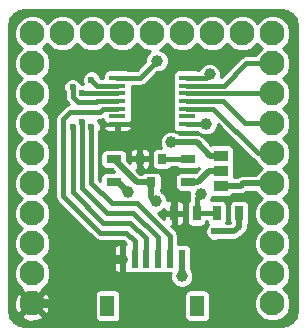
<source format=gbr>
G04 #@! TF.FileFunction,Copper,L1,Top,Signal*
%FSLAX46Y46*%
G04 Gerber Fmt 4.6, Leading zero omitted, Abs format (unit mm)*
G04 Created by KiCad (PCBNEW 4.0.6) date 12/07/19 11:03:23*
%MOMM*%
%LPD*%
G01*
G04 APERTURE LIST*
%ADD10C,0.100000*%
%ADD11C,2.100000*%
%ADD12R,1.270000X0.970000*%
%ADD13R,0.800000X0.900000*%
%ADD14R,0.700000X1.300000*%
%ADD15R,1.300000X0.700000*%
%ADD16R,1.450000X0.450000*%
%ADD17R,0.600000X1.550000*%
%ADD18R,1.200000X1.800000*%
%ADD19C,1.000000*%
%ADD20C,0.600000*%
%ADD21C,0.500000*%
%ADD22C,0.400000*%
%ADD23C,0.750000*%
%ADD24C,0.254000*%
G04 APERTURE END LIST*
D10*
D11*
X161571000Y-67845000D03*
X161571000Y-70385000D03*
X161571000Y-72925000D03*
X161571000Y-75465000D03*
X161571000Y-78005000D03*
X161571000Y-80545000D03*
X161571000Y-83085000D03*
X161571000Y-85625000D03*
X161571000Y-88165000D03*
X161571000Y-65305000D03*
X159031000Y-65305000D03*
X156491000Y-65305000D03*
X153951000Y-65305000D03*
X151411000Y-65305000D03*
X148871000Y-65305000D03*
X146331000Y-65305000D03*
X143791000Y-65305000D03*
X141251000Y-65305000D03*
X141251000Y-67845000D03*
X141251000Y-70385000D03*
X141251000Y-72925000D03*
X141251000Y-75465000D03*
X141251000Y-78005000D03*
X141251000Y-80545000D03*
X141251000Y-83085000D03*
X141251000Y-85625000D03*
X141251000Y-88165000D03*
D12*
X157211000Y-75655000D03*
X157211000Y-76925000D03*
X157211000Y-78195000D03*
D13*
X152261000Y-75925000D03*
X150361000Y-75925000D03*
X151311000Y-77925000D03*
D14*
X158761000Y-80525000D03*
X156861000Y-80525000D03*
X155161000Y-80525000D03*
X153261000Y-80525000D03*
D15*
X148161000Y-77875000D03*
X148161000Y-75975000D03*
X154461000Y-75975000D03*
X154461000Y-77875000D03*
D16*
X148461000Y-69075000D03*
X148461000Y-69725000D03*
X148461000Y-70375000D03*
X148461000Y-71025000D03*
X148461000Y-71675000D03*
X148461000Y-72325000D03*
X148461000Y-72975000D03*
X154361000Y-72975000D03*
X154361000Y-72325000D03*
X154361000Y-71675000D03*
X154361000Y-71025000D03*
X154361000Y-70375000D03*
X154361000Y-69725000D03*
X154361000Y-69075000D03*
D17*
X153911000Y-84370000D03*
X152911000Y-84370000D03*
X151911000Y-84370000D03*
X150911000Y-84370000D03*
X149911000Y-84370000D03*
X148911000Y-84370000D03*
D18*
X155211000Y-88375000D03*
X147611000Y-88375000D03*
D19*
X149361000Y-78725000D03*
X156261000Y-68775000D03*
X151811000Y-67625000D03*
X153011000Y-74525000D03*
X152711000Y-78675000D03*
X153911000Y-85875000D03*
D20*
X146261000Y-69225000D03*
X146261000Y-73225000D03*
D19*
X151711000Y-79525000D03*
X155511000Y-78925000D03*
X155961000Y-72975000D03*
D20*
X145461000Y-72775000D03*
X145461000Y-70375000D03*
X144661000Y-73225000D03*
X144661000Y-69875000D03*
X156661000Y-82075000D03*
D21*
X149361000Y-78725000D02*
X148511000Y-77875000D01*
D22*
X154361000Y-69075000D02*
X155961000Y-69075000D01*
X155961000Y-69075000D02*
X156261000Y-68775000D01*
D21*
X148161000Y-77875000D02*
X148511000Y-77875000D01*
D22*
X148161000Y-77875000D02*
X148461000Y-77875000D01*
X150361000Y-69075000D02*
X148461000Y-69075000D01*
X151811000Y-67625000D02*
X150361000Y-69075000D01*
X161571000Y-75465000D02*
X160351000Y-75465000D01*
X156561000Y-71675000D02*
X154361000Y-71675000D01*
X160351000Y-75465000D02*
X156561000Y-71675000D01*
X161571000Y-72925000D02*
X159261000Y-72925000D01*
X157361000Y-71025000D02*
X154361000Y-71025000D01*
X159261000Y-72925000D02*
X157361000Y-71025000D01*
X161571000Y-70385000D02*
X154371000Y-70385000D01*
X154371000Y-70385000D02*
X154361000Y-70375000D01*
X161571000Y-67845000D02*
X159341000Y-67845000D01*
X157461000Y-69725000D02*
X154361000Y-69725000D01*
X159341000Y-67845000D02*
X157461000Y-69725000D01*
D21*
X157211000Y-75655000D02*
X156291000Y-75655000D01*
X155161000Y-74525000D02*
X153011000Y-74525000D01*
X156291000Y-75655000D02*
X155161000Y-74525000D01*
D22*
X152711000Y-78675000D02*
X152711000Y-77625000D01*
X152011000Y-76925000D02*
X150711000Y-76925000D01*
X150711000Y-76925000D02*
X150361000Y-76575000D01*
X150361000Y-76575000D02*
X150361000Y-75925000D01*
X152711000Y-77625000D02*
X152011000Y-76925000D01*
D21*
X153261000Y-80525000D02*
X153261000Y-79225000D01*
X153261000Y-79225000D02*
X152711000Y-78675000D01*
D23*
X148911000Y-84370000D02*
X147566000Y-84370000D01*
X143771000Y-88165000D02*
X141251000Y-88165000D01*
X147566000Y-84370000D02*
X143771000Y-88165000D01*
D22*
X148461000Y-72975000D02*
X149661000Y-72975000D01*
X150361000Y-73675000D02*
X150361000Y-75925000D01*
X149661000Y-72975000D02*
X150361000Y-73675000D01*
D21*
X153911000Y-84370000D02*
X153911000Y-85875000D01*
D22*
X148461000Y-69725000D02*
X146761000Y-69725000D01*
X152911000Y-82475000D02*
X152911000Y-84370000D01*
X150111000Y-79675000D02*
X152911000Y-82475000D01*
X147961000Y-79675000D02*
X150111000Y-79675000D01*
X146261000Y-77975000D02*
X147961000Y-79675000D01*
X146261000Y-73225000D02*
X146261000Y-77975000D01*
X146761000Y-69725000D02*
X146261000Y-69225000D01*
D21*
X157211000Y-76925000D02*
X156211000Y-76925000D01*
X155261000Y-77875000D02*
X154461000Y-77925000D01*
X156211000Y-76925000D02*
X155261000Y-77875000D01*
X161571000Y-78005000D02*
X159081000Y-78005000D01*
X158891000Y-78195000D02*
X157211000Y-78195000D01*
X159081000Y-78005000D02*
X158891000Y-78195000D01*
X151311000Y-77925000D02*
X150111000Y-77925000D01*
X150111000Y-77925000D02*
X148161000Y-75975000D01*
X151311000Y-77925000D02*
X151311000Y-79125000D01*
X151311000Y-79125000D02*
X151711000Y-79525000D01*
D22*
X154461000Y-75975000D02*
X152311000Y-75975000D01*
X152311000Y-75975000D02*
X152261000Y-75925000D01*
X154361000Y-72975000D02*
X155961000Y-72975000D01*
X155161000Y-79275000D02*
X155161000Y-80525000D01*
X155511000Y-78925000D02*
X155161000Y-79275000D01*
X156861000Y-80525000D02*
X155161000Y-80525000D01*
X145461000Y-78375000D02*
X145461000Y-72775000D01*
X147561000Y-80475000D02*
X145461000Y-78375000D01*
X149811000Y-80475000D02*
X147561000Y-80475000D01*
X151911000Y-82575000D02*
X149811000Y-80475000D01*
X151911000Y-84370000D02*
X151911000Y-82575000D01*
X145461000Y-70375000D02*
X148461000Y-70374998D01*
X150911000Y-84370000D02*
X150911000Y-82675000D01*
X150911000Y-82675000D02*
X149561000Y-81325000D01*
X149561000Y-81325000D02*
X147261000Y-81325000D01*
X147261000Y-81325000D02*
X144661000Y-78725000D01*
X144661000Y-78725000D02*
X144661000Y-73225000D01*
X146761000Y-71025000D02*
X148461000Y-71025000D01*
X146661000Y-71125000D02*
X146761000Y-71025000D01*
X145111000Y-71125000D02*
X146661000Y-71125000D01*
X144661000Y-70675000D02*
X145111000Y-71125000D01*
X144661000Y-69875000D02*
X144661000Y-70675000D01*
X143861000Y-72575000D02*
X144461000Y-71975000D01*
X149911000Y-84370000D02*
X149911000Y-82875000D01*
X149911000Y-82875000D02*
X149211000Y-82175000D01*
X149211000Y-82175000D02*
X146961000Y-82175000D01*
X146961000Y-82175000D02*
X143861000Y-79075000D01*
X143861000Y-79075000D02*
X143861000Y-72575000D01*
X147261000Y-71675000D02*
X148461000Y-71675000D01*
X146961000Y-71975000D02*
X147261000Y-71675000D01*
X144461000Y-71975000D02*
X146961000Y-71975000D01*
D21*
X158761000Y-81675000D02*
X158761000Y-80525000D01*
X158361000Y-82075000D02*
X158761000Y-81675000D01*
X156661000Y-82075000D02*
X158361000Y-82075000D01*
D22*
X158781000Y-80545000D02*
X158761000Y-80525000D01*
D24*
G36*
X162845033Y-63402982D02*
X163280469Y-63693933D01*
X163571418Y-64129367D01*
X163684400Y-64697369D01*
X163684400Y-88718631D01*
X163571418Y-89286633D01*
X163280469Y-89722067D01*
X162845033Y-90013018D01*
X162277031Y-90126000D01*
X140668769Y-90126000D01*
X140100767Y-90013018D01*
X139665333Y-89722069D01*
X139374382Y-89286633D01*
X139370559Y-89267412D01*
X140328193Y-89267412D01*
X140441663Y-89495023D01*
X141012248Y-89703501D01*
X141619181Y-89677756D01*
X142060337Y-89495023D01*
X142173807Y-89267412D01*
X141251000Y-88344605D01*
X140328193Y-89267412D01*
X139370559Y-89267412D01*
X139261400Y-88718631D01*
X139261400Y-87926248D01*
X139712499Y-87926248D01*
X139738244Y-88533181D01*
X139920977Y-88974337D01*
X140148588Y-89087807D01*
X141071395Y-88165000D01*
X141430605Y-88165000D01*
X142353412Y-89087807D01*
X142581023Y-88974337D01*
X142789501Y-88403752D01*
X142763756Y-87796819D01*
X142630455Y-87475000D01*
X146524656Y-87475000D01*
X146524656Y-89275000D01*
X146557917Y-89451765D01*
X146662385Y-89614113D01*
X146821785Y-89723027D01*
X147011000Y-89761344D01*
X148211000Y-89761344D01*
X148387765Y-89728083D01*
X148550113Y-89623615D01*
X148659027Y-89464215D01*
X148697344Y-89275000D01*
X148697344Y-87475000D01*
X154124656Y-87475000D01*
X154124656Y-89275000D01*
X154157917Y-89451765D01*
X154262385Y-89614113D01*
X154421785Y-89723027D01*
X154611000Y-89761344D01*
X155811000Y-89761344D01*
X155987765Y-89728083D01*
X156150113Y-89623615D01*
X156259027Y-89464215D01*
X156297344Y-89275000D01*
X156297344Y-87475000D01*
X156264083Y-87298235D01*
X156159615Y-87135887D01*
X156000215Y-87026973D01*
X155811000Y-86988656D01*
X154611000Y-86988656D01*
X154434235Y-87021917D01*
X154271887Y-87126385D01*
X154162973Y-87285785D01*
X154124656Y-87475000D01*
X148697344Y-87475000D01*
X148664083Y-87298235D01*
X148559615Y-87135887D01*
X148400215Y-87026973D01*
X148211000Y-86988656D01*
X147011000Y-86988656D01*
X146834235Y-87021917D01*
X146671887Y-87126385D01*
X146562973Y-87285785D01*
X146524656Y-87475000D01*
X142630455Y-87475000D01*
X142581023Y-87355663D01*
X142353412Y-87242193D01*
X141430605Y-88165000D01*
X141071395Y-88165000D01*
X140148588Y-87242193D01*
X139920977Y-87355663D01*
X139712499Y-87926248D01*
X139261400Y-87926248D01*
X139261400Y-65607407D01*
X139723735Y-65607407D01*
X139955717Y-66168846D01*
X140361494Y-66575332D01*
X139957227Y-66978894D01*
X139724265Y-67539928D01*
X139723735Y-68147407D01*
X139955717Y-68708846D01*
X140361494Y-69115332D01*
X139957227Y-69518894D01*
X139724265Y-70079928D01*
X139723735Y-70687407D01*
X139955717Y-71248846D01*
X140361494Y-71655332D01*
X139957227Y-72058894D01*
X139724265Y-72619928D01*
X139723735Y-73227407D01*
X139955717Y-73788846D01*
X140361494Y-74195332D01*
X139957227Y-74598894D01*
X139724265Y-75159928D01*
X139723735Y-75767407D01*
X139955717Y-76328846D01*
X140361494Y-76735332D01*
X139957227Y-77138894D01*
X139724265Y-77699928D01*
X139723735Y-78307407D01*
X139955717Y-78868846D01*
X140361494Y-79275332D01*
X139957227Y-79678894D01*
X139724265Y-80239928D01*
X139723735Y-80847407D01*
X139955717Y-81408846D01*
X140361494Y-81815332D01*
X139957227Y-82218894D01*
X139724265Y-82779928D01*
X139723735Y-83387407D01*
X139955717Y-83948846D01*
X140361494Y-84355332D01*
X139957227Y-84758894D01*
X139724265Y-85319928D01*
X139723735Y-85927407D01*
X139955717Y-86488846D01*
X140384894Y-86918773D01*
X140397317Y-86923931D01*
X140328193Y-87062588D01*
X141251000Y-87985395D01*
X142173807Y-87062588D01*
X142104911Y-86924388D01*
X142114846Y-86920283D01*
X142544773Y-86491106D01*
X142777735Y-85930072D01*
X142778265Y-85322593D01*
X142546283Y-84761154D01*
X142401632Y-84616250D01*
X148134000Y-84616250D01*
X148134000Y-85239881D01*
X148206619Y-85415199D01*
X148340801Y-85549381D01*
X148516119Y-85622000D01*
X148664750Y-85622000D01*
X148784000Y-85502750D01*
X148784000Y-84497000D01*
X148253250Y-84497000D01*
X148134000Y-84616250D01*
X142401632Y-84616250D01*
X142140506Y-84354668D01*
X142544773Y-83951106D01*
X142732039Y-83500119D01*
X148134000Y-83500119D01*
X148134000Y-84123750D01*
X148253250Y-84243000D01*
X148784000Y-84243000D01*
X148784000Y-83237250D01*
X148664750Y-83118000D01*
X148516119Y-83118000D01*
X148340801Y-83190619D01*
X148206619Y-83324801D01*
X148134000Y-83500119D01*
X142732039Y-83500119D01*
X142777735Y-83390072D01*
X142778265Y-82782593D01*
X142546283Y-82221154D01*
X142140506Y-81814668D01*
X142544773Y-81411106D01*
X142777735Y-80850072D01*
X142778265Y-80242593D01*
X142546283Y-79681154D01*
X142140506Y-79274668D01*
X142544773Y-78871106D01*
X142777735Y-78310072D01*
X142778265Y-77702593D01*
X142546283Y-77141154D01*
X142140506Y-76734668D01*
X142544773Y-76331106D01*
X142777735Y-75770072D01*
X142778265Y-75162593D01*
X142546283Y-74601154D01*
X142140506Y-74194668D01*
X142544773Y-73791106D01*
X142777735Y-73230072D01*
X142778265Y-72622593D01*
X142546283Y-72061154D01*
X142140506Y-71654668D01*
X142544773Y-71251106D01*
X142777735Y-70690072D01*
X142778265Y-70082593D01*
X142546283Y-69521154D01*
X142140506Y-69114668D01*
X142544773Y-68711106D01*
X142777735Y-68150072D01*
X142778265Y-67542593D01*
X142546283Y-66981154D01*
X142140506Y-66574668D01*
X142521332Y-66194506D01*
X142924894Y-66598773D01*
X143485928Y-66831735D01*
X144093407Y-66832265D01*
X144654846Y-66600283D01*
X145061332Y-66194506D01*
X145464894Y-66598773D01*
X146025928Y-66831735D01*
X146633407Y-66832265D01*
X147194846Y-66600283D01*
X147601332Y-66194506D01*
X148004894Y-66598773D01*
X148565928Y-66831735D01*
X149173407Y-66832265D01*
X149734846Y-66600283D01*
X150141332Y-66194506D01*
X150544894Y-66598773D01*
X151105928Y-66831735D01*
X151222654Y-66831837D01*
X150983222Y-67070851D01*
X150834170Y-67429810D01*
X150833982Y-67644595D01*
X150080578Y-68398000D01*
X149355596Y-68398000D01*
X149186000Y-68363656D01*
X147736000Y-68363656D01*
X147559235Y-68396917D01*
X147396887Y-68501385D01*
X147287973Y-68660785D01*
X147249656Y-68850000D01*
X147249656Y-69048000D01*
X147041422Y-69048000D01*
X147019537Y-69026115D01*
X146920092Y-68785440D01*
X146701710Y-68566676D01*
X146416233Y-68448135D01*
X146107123Y-68447866D01*
X145821440Y-68565908D01*
X145602676Y-68784290D01*
X145484135Y-69069767D01*
X145483866Y-69378877D01*
X145574447Y-69598099D01*
X145387234Y-69597936D01*
X145320092Y-69435440D01*
X145101710Y-69216676D01*
X144816233Y-69098135D01*
X144507123Y-69097866D01*
X144221440Y-69215908D01*
X144002676Y-69434290D01*
X143884135Y-69719767D01*
X143883866Y-70028877D01*
X143984000Y-70271219D01*
X143984000Y-70675000D01*
X144035534Y-70934077D01*
X144121009Y-71061999D01*
X144182289Y-71153711D01*
X144348880Y-71320302D01*
X144201923Y-71349534D01*
X143982289Y-71496289D01*
X143382289Y-72096289D01*
X143235534Y-72315923D01*
X143184000Y-72575000D01*
X143184000Y-79075000D01*
X143235534Y-79334077D01*
X143363105Y-79525000D01*
X143382289Y-79553711D01*
X146482289Y-82653711D01*
X146701923Y-82800466D01*
X146961000Y-82852000D01*
X148930578Y-82852000D01*
X149196577Y-83118000D01*
X149157250Y-83118000D01*
X149038000Y-83237250D01*
X149038000Y-84243000D01*
X149058000Y-84243000D01*
X149058000Y-84497000D01*
X149038000Y-84497000D01*
X149038000Y-85502750D01*
X149157250Y-85622000D01*
X149305881Y-85622000D01*
X149404440Y-85581176D01*
X149421785Y-85593027D01*
X149611000Y-85631344D01*
X150211000Y-85631344D01*
X150387765Y-85598083D01*
X150409096Y-85584357D01*
X150421785Y-85593027D01*
X150611000Y-85631344D01*
X151211000Y-85631344D01*
X151387765Y-85598083D01*
X151409096Y-85584357D01*
X151421785Y-85593027D01*
X151611000Y-85631344D01*
X152211000Y-85631344D01*
X152387765Y-85598083D01*
X152409096Y-85584357D01*
X152421785Y-85593027D01*
X152611000Y-85631344D01*
X152954295Y-85631344D01*
X152934170Y-85679810D01*
X152933830Y-86068485D01*
X153082256Y-86427703D01*
X153356851Y-86702778D01*
X153715810Y-86851830D01*
X154104485Y-86852170D01*
X154463703Y-86703744D01*
X154738778Y-86429149D01*
X154887830Y-86070190D01*
X154888170Y-85681515D01*
X154739744Y-85322297D01*
X154674646Y-85257085D01*
X154697344Y-85145000D01*
X154697344Y-83595000D01*
X154664083Y-83418235D01*
X154559615Y-83255887D01*
X154400215Y-83146973D01*
X154211000Y-83108656D01*
X153611000Y-83108656D01*
X153588000Y-83112984D01*
X153588000Y-82475000D01*
X153536466Y-82215923D01*
X153389711Y-81996289D01*
X153030086Y-81636664D01*
X153134000Y-81532750D01*
X153134000Y-80652000D01*
X153388000Y-80652000D01*
X153388000Y-81532750D01*
X153507250Y-81652000D01*
X153705881Y-81652000D01*
X153881199Y-81579381D01*
X154015381Y-81445199D01*
X154088000Y-81269881D01*
X154088000Y-80771250D01*
X153968750Y-80652000D01*
X153388000Y-80652000D01*
X153134000Y-80652000D01*
X152553250Y-80652000D01*
X152434000Y-80771250D01*
X152434000Y-81040578D01*
X151895584Y-80502162D01*
X151904485Y-80502170D01*
X152263703Y-80353744D01*
X152434000Y-80183744D01*
X152434000Y-80278750D01*
X152553250Y-80398000D01*
X153134000Y-80398000D01*
X153134000Y-79517250D01*
X153388000Y-79517250D01*
X153388000Y-80398000D01*
X153968750Y-80398000D01*
X154088000Y-80278750D01*
X154088000Y-79780119D01*
X154015381Y-79604801D01*
X153881199Y-79470619D01*
X153705881Y-79398000D01*
X153507250Y-79398000D01*
X153388000Y-79517250D01*
X153134000Y-79517250D01*
X153014750Y-79398000D01*
X152816119Y-79398000D01*
X152688065Y-79451041D01*
X152688170Y-79331515D01*
X152539744Y-78972297D01*
X152265149Y-78697222D01*
X152111687Y-78633499D01*
X152159027Y-78564215D01*
X152197344Y-78375000D01*
X152197344Y-77475000D01*
X152164083Y-77298235D01*
X152059615Y-77135887D01*
X151900215Y-77026973D01*
X151711000Y-76988656D01*
X150911000Y-76988656D01*
X150734235Y-77021917D01*
X150571887Y-77126385D01*
X150522954Y-77198000D01*
X150412133Y-77198000D01*
X150066133Y-76852000D01*
X150114750Y-76852000D01*
X150234000Y-76732750D01*
X150234000Y-76052000D01*
X150488000Y-76052000D01*
X150488000Y-76732750D01*
X150607250Y-76852000D01*
X150855881Y-76852000D01*
X151031199Y-76779381D01*
X151165381Y-76645199D01*
X151238000Y-76469881D01*
X151238000Y-76171250D01*
X151118750Y-76052000D01*
X150488000Y-76052000D01*
X150234000Y-76052000D01*
X149603250Y-76052000D01*
X149484000Y-76171250D01*
X149484000Y-76269866D01*
X149297344Y-76083210D01*
X149297344Y-75625000D01*
X149264083Y-75448235D01*
X149220252Y-75380119D01*
X149484000Y-75380119D01*
X149484000Y-75678750D01*
X149603250Y-75798000D01*
X150234000Y-75798000D01*
X150234000Y-75117250D01*
X150488000Y-75117250D01*
X150488000Y-75798000D01*
X151118750Y-75798000D01*
X151238000Y-75678750D01*
X151238000Y-75380119D01*
X151165381Y-75204801D01*
X151031199Y-75070619D01*
X150855881Y-74998000D01*
X150607250Y-74998000D01*
X150488000Y-75117250D01*
X150234000Y-75117250D01*
X150114750Y-74998000D01*
X149866119Y-74998000D01*
X149690801Y-75070619D01*
X149556619Y-75204801D01*
X149484000Y-75380119D01*
X149220252Y-75380119D01*
X149159615Y-75285887D01*
X149000215Y-75176973D01*
X148811000Y-75138656D01*
X147511000Y-75138656D01*
X147334235Y-75171917D01*
X147171887Y-75276385D01*
X147062973Y-75435785D01*
X147024656Y-75625000D01*
X147024656Y-76325000D01*
X147057917Y-76501765D01*
X147162385Y-76664113D01*
X147321785Y-76773027D01*
X147511000Y-76811344D01*
X147969210Y-76811344D01*
X148196522Y-77038656D01*
X147511000Y-77038656D01*
X147334235Y-77071917D01*
X147171887Y-77176385D01*
X147062973Y-77335785D01*
X147024656Y-77525000D01*
X147024656Y-77781234D01*
X146938000Y-77694578D01*
X146938000Y-73620733D01*
X147037865Y-73380233D01*
X147038015Y-73206750D01*
X147259000Y-73206750D01*
X147259000Y-73294881D01*
X147331619Y-73470199D01*
X147465801Y-73604381D01*
X147641119Y-73677000D01*
X148214750Y-73677000D01*
X148334000Y-73557750D01*
X148334000Y-73087500D01*
X148588000Y-73087500D01*
X148588000Y-73557750D01*
X148707250Y-73677000D01*
X149280881Y-73677000D01*
X149456199Y-73604381D01*
X149590381Y-73470199D01*
X149663000Y-73294881D01*
X149663000Y-73206750D01*
X149543750Y-73087500D01*
X148588000Y-73087500D01*
X148334000Y-73087500D01*
X147378250Y-73087500D01*
X147259000Y-73206750D01*
X147038015Y-73206750D01*
X147038134Y-73071123D01*
X146920092Y-72785440D01*
X146786885Y-72652000D01*
X146961000Y-72652000D01*
X147220077Y-72600466D01*
X147254788Y-72577273D01*
X147266176Y-72637795D01*
X147259000Y-72655119D01*
X147259000Y-72743250D01*
X147355839Y-72840089D01*
X147387385Y-72889113D01*
X147546785Y-72998027D01*
X147736000Y-73036344D01*
X149186000Y-73036344D01*
X149362765Y-73003083D01*
X149525113Y-72898615D01*
X149562818Y-72843432D01*
X149663000Y-72743250D01*
X149663000Y-72655119D01*
X149654979Y-72635753D01*
X149672344Y-72550000D01*
X149672344Y-72100000D01*
X149652837Y-71996329D01*
X149672344Y-71900000D01*
X149672344Y-71450000D01*
X149652837Y-71346329D01*
X149672344Y-71250000D01*
X149672344Y-70800000D01*
X149652837Y-70696329D01*
X149672344Y-70600000D01*
X149672344Y-70150000D01*
X149652837Y-70046329D01*
X149672344Y-69950000D01*
X149672344Y-69752000D01*
X150361000Y-69752000D01*
X150620077Y-69700466D01*
X150839711Y-69553711D01*
X151791439Y-68601984D01*
X152004485Y-68602170D01*
X152363703Y-68453744D01*
X152638778Y-68179149D01*
X152787830Y-67820190D01*
X152788170Y-67431515D01*
X152639744Y-67072297D01*
X152365149Y-66797222D01*
X152082382Y-66679808D01*
X152274846Y-66600283D01*
X152681332Y-66194506D01*
X153084894Y-66598773D01*
X153645928Y-66831735D01*
X154253407Y-66832265D01*
X154814846Y-66600283D01*
X155221332Y-66194506D01*
X155624894Y-66598773D01*
X156185928Y-66831735D01*
X156793407Y-66832265D01*
X157354846Y-66600283D01*
X157761332Y-66194506D01*
X158164894Y-66598773D01*
X158725928Y-66831735D01*
X159333407Y-66832265D01*
X159894846Y-66600283D01*
X160301332Y-66194506D01*
X160681494Y-66575332D01*
X160277227Y-66978894D01*
X160198703Y-67168000D01*
X159341000Y-67168000D01*
X159081923Y-67219534D01*
X158972106Y-67292912D01*
X158862288Y-67366289D01*
X157223232Y-69005346D01*
X157237830Y-68970190D01*
X157238170Y-68581515D01*
X157089744Y-68222297D01*
X156815149Y-67947222D01*
X156456190Y-67798170D01*
X156067515Y-67797830D01*
X155708297Y-67946256D01*
X155433222Y-68220851D01*
X155359664Y-68398000D01*
X155255596Y-68398000D01*
X155086000Y-68363656D01*
X153636000Y-68363656D01*
X153459235Y-68396917D01*
X153296887Y-68501385D01*
X153187973Y-68660785D01*
X153149656Y-68850000D01*
X153149656Y-69300000D01*
X153169163Y-69403671D01*
X153149656Y-69500000D01*
X153149656Y-69950000D01*
X153169163Y-70053671D01*
X153149656Y-70150000D01*
X153149656Y-70600000D01*
X153169163Y-70703671D01*
X153149656Y-70800000D01*
X153149656Y-71250000D01*
X153169163Y-71353671D01*
X153149656Y-71450000D01*
X153149656Y-71900000D01*
X153169163Y-72003671D01*
X153149656Y-72100000D01*
X153149656Y-72550000D01*
X153169163Y-72653671D01*
X153149656Y-72750000D01*
X153149656Y-73200000D01*
X153182917Y-73376765D01*
X153287385Y-73539113D01*
X153446785Y-73648027D01*
X153636000Y-73686344D01*
X155086000Y-73686344D01*
X155258263Y-73653930D01*
X155406851Y-73802778D01*
X155765810Y-73951830D01*
X156154485Y-73952170D01*
X156513703Y-73803744D01*
X156788778Y-73529149D01*
X156937830Y-73170190D01*
X156937971Y-73009393D01*
X159872288Y-75943711D01*
X159919116Y-75975000D01*
X160091923Y-76090466D01*
X160184859Y-76108952D01*
X160275717Y-76328846D01*
X160681494Y-76735332D01*
X160277227Y-77138894D01*
X160219465Y-77278000D01*
X159081005Y-77278000D01*
X159081000Y-77277999D01*
X158802790Y-77333339D01*
X158724527Y-77385633D01*
X158601255Y-77468000D01*
X158320599Y-77468000D01*
X158332344Y-77410000D01*
X158332344Y-76440000D01*
X158303083Y-76284494D01*
X158332344Y-76140000D01*
X158332344Y-75170000D01*
X158299083Y-74993235D01*
X158194615Y-74830887D01*
X158035215Y-74721973D01*
X157846000Y-74683656D01*
X156576000Y-74683656D01*
X156399235Y-74716917D01*
X156388170Y-74724037D01*
X155675067Y-74010933D01*
X155617244Y-73972297D01*
X155439211Y-73853340D01*
X155393052Y-73844158D01*
X155161000Y-73797999D01*
X155160995Y-73798000D01*
X153665751Y-73798000D01*
X153565149Y-73697222D01*
X153206190Y-73548170D01*
X152817515Y-73547830D01*
X152458297Y-73696256D01*
X152183222Y-73970851D01*
X152034170Y-74329810D01*
X152033830Y-74718485D01*
X152145462Y-74988656D01*
X151861000Y-74988656D01*
X151684235Y-75021917D01*
X151521887Y-75126385D01*
X151412973Y-75285785D01*
X151374656Y-75475000D01*
X151374656Y-76375000D01*
X151407917Y-76551765D01*
X151512385Y-76714113D01*
X151671785Y-76823027D01*
X151861000Y-76861344D01*
X152661000Y-76861344D01*
X152837765Y-76828083D01*
X153000113Y-76723615D01*
X153049046Y-76652000D01*
X153454591Y-76652000D01*
X153462385Y-76664113D01*
X153621785Y-76773027D01*
X153811000Y-76811344D01*
X155111000Y-76811344D01*
X155287765Y-76778083D01*
X155405622Y-76702244D01*
X155069210Y-77038656D01*
X153811000Y-77038656D01*
X153634235Y-77071917D01*
X153471887Y-77176385D01*
X153362973Y-77335785D01*
X153324656Y-77525000D01*
X153324656Y-78225000D01*
X153357917Y-78401765D01*
X153462385Y-78564113D01*
X153621785Y-78673027D01*
X153811000Y-78711344D01*
X154541838Y-78711344D01*
X154534170Y-78729810D01*
X154533913Y-79024074D01*
X154484000Y-79275000D01*
X154484000Y-79518591D01*
X154471887Y-79526385D01*
X154362973Y-79685785D01*
X154324656Y-79875000D01*
X154324656Y-81175000D01*
X154357917Y-81351765D01*
X154462385Y-81514113D01*
X154621785Y-81623027D01*
X154811000Y-81661344D01*
X155511000Y-81661344D01*
X155687765Y-81628083D01*
X155850113Y-81523615D01*
X155959027Y-81364215D01*
X155991876Y-81202000D01*
X156029736Y-81202000D01*
X156057917Y-81351765D01*
X156147005Y-81490213D01*
X156002676Y-81634290D01*
X155884135Y-81919767D01*
X155883866Y-82228877D01*
X156001908Y-82514560D01*
X156220290Y-82733324D01*
X156505767Y-82851865D01*
X156814877Y-82852134D01*
X156936210Y-82802000D01*
X158360995Y-82802000D01*
X158361000Y-82802001D01*
X158593052Y-82755842D01*
X158639211Y-82746660D01*
X158875067Y-82589067D01*
X159275064Y-82189069D01*
X159275067Y-82189067D01*
X159432660Y-81953211D01*
X159488000Y-81675000D01*
X159488000Y-81468166D01*
X159559027Y-81364215D01*
X159597344Y-81175000D01*
X159597344Y-79875000D01*
X159564083Y-79698235D01*
X159459615Y-79535887D01*
X159300215Y-79426973D01*
X159111000Y-79388656D01*
X158411000Y-79388656D01*
X158234235Y-79421917D01*
X158071887Y-79526385D01*
X157962973Y-79685785D01*
X157924656Y-79875000D01*
X157924656Y-81175000D01*
X157957209Y-81348000D01*
X157662311Y-81348000D01*
X157697344Y-81175000D01*
X157697344Y-79875000D01*
X157664083Y-79698235D01*
X157559615Y-79535887D01*
X157400215Y-79426973D01*
X157211000Y-79388656D01*
X156511000Y-79388656D01*
X156364942Y-79416139D01*
X156476991Y-79146294D01*
X156576000Y-79166344D01*
X157846000Y-79166344D01*
X158022765Y-79133083D01*
X158185113Y-79028615D01*
X158257960Y-78922000D01*
X158890995Y-78922000D01*
X158891000Y-78922001D01*
X159123052Y-78875842D01*
X159169211Y-78866660D01*
X159370745Y-78732000D01*
X160219173Y-78732000D01*
X160275717Y-78868846D01*
X160681494Y-79275332D01*
X160277227Y-79678894D01*
X160044265Y-80239928D01*
X160043735Y-80847407D01*
X160275717Y-81408846D01*
X160681494Y-81815332D01*
X160277227Y-82218894D01*
X160044265Y-82779928D01*
X160043735Y-83387407D01*
X160275717Y-83948846D01*
X160681494Y-84355332D01*
X160277227Y-84758894D01*
X160044265Y-85319928D01*
X160043735Y-85927407D01*
X160275717Y-86488846D01*
X160681494Y-86895332D01*
X160277227Y-87298894D01*
X160044265Y-87859928D01*
X160043735Y-88467407D01*
X160275717Y-89028846D01*
X160704894Y-89458773D01*
X161265928Y-89691735D01*
X161873407Y-89692265D01*
X162434846Y-89460283D01*
X162864773Y-89031106D01*
X163097735Y-88470072D01*
X163098265Y-87862593D01*
X162866283Y-87301154D01*
X162460506Y-86894668D01*
X162864773Y-86491106D01*
X163097735Y-85930072D01*
X163098265Y-85322593D01*
X162866283Y-84761154D01*
X162460506Y-84354668D01*
X162864773Y-83951106D01*
X163097735Y-83390072D01*
X163098265Y-82782593D01*
X162866283Y-82221154D01*
X162460506Y-81814668D01*
X162864773Y-81411106D01*
X163097735Y-80850072D01*
X163098265Y-80242593D01*
X162866283Y-79681154D01*
X162460506Y-79274668D01*
X162864773Y-78871106D01*
X163097735Y-78310072D01*
X163098265Y-77702593D01*
X162866283Y-77141154D01*
X162460506Y-76734668D01*
X162864773Y-76331106D01*
X163097735Y-75770072D01*
X163098265Y-75162593D01*
X162866283Y-74601154D01*
X162460506Y-74194668D01*
X162864773Y-73791106D01*
X163097735Y-73230072D01*
X163098265Y-72622593D01*
X162866283Y-72061154D01*
X162460506Y-71654668D01*
X162864773Y-71251106D01*
X163097735Y-70690072D01*
X163098265Y-70082593D01*
X162866283Y-69521154D01*
X162460506Y-69114668D01*
X162864773Y-68711106D01*
X163097735Y-68150072D01*
X163098265Y-67542593D01*
X162866283Y-66981154D01*
X162460506Y-66574668D01*
X162864773Y-66171106D01*
X163097735Y-65610072D01*
X163098265Y-65002593D01*
X162866283Y-64441154D01*
X162437106Y-64011227D01*
X161876072Y-63778265D01*
X161268593Y-63777735D01*
X160707154Y-64009717D01*
X160300668Y-64415494D01*
X159897106Y-64011227D01*
X159336072Y-63778265D01*
X158728593Y-63777735D01*
X158167154Y-64009717D01*
X157760668Y-64415494D01*
X157357106Y-64011227D01*
X156796072Y-63778265D01*
X156188593Y-63777735D01*
X155627154Y-64009717D01*
X155220668Y-64415494D01*
X154817106Y-64011227D01*
X154256072Y-63778265D01*
X153648593Y-63777735D01*
X153087154Y-64009717D01*
X152680668Y-64415494D01*
X152277106Y-64011227D01*
X151716072Y-63778265D01*
X151108593Y-63777735D01*
X150547154Y-64009717D01*
X150140668Y-64415494D01*
X149737106Y-64011227D01*
X149176072Y-63778265D01*
X148568593Y-63777735D01*
X148007154Y-64009717D01*
X147600668Y-64415494D01*
X147197106Y-64011227D01*
X146636072Y-63778265D01*
X146028593Y-63777735D01*
X145467154Y-64009717D01*
X145060668Y-64415494D01*
X144657106Y-64011227D01*
X144096072Y-63778265D01*
X143488593Y-63777735D01*
X142927154Y-64009717D01*
X142520668Y-64415494D01*
X142117106Y-64011227D01*
X141556072Y-63778265D01*
X140948593Y-63777735D01*
X140387154Y-64009717D01*
X139957227Y-64438894D01*
X139724265Y-64999928D01*
X139723735Y-65607407D01*
X139261400Y-65607407D01*
X139261400Y-64697369D01*
X139374382Y-64129367D01*
X139665333Y-63693931D01*
X140100767Y-63402982D01*
X140668769Y-63290000D01*
X162277031Y-63290000D01*
X162845033Y-63402982D01*
X162845033Y-63402982D01*
G37*
X162845033Y-63402982D02*
X163280469Y-63693933D01*
X163571418Y-64129367D01*
X163684400Y-64697369D01*
X163684400Y-88718631D01*
X163571418Y-89286633D01*
X163280469Y-89722067D01*
X162845033Y-90013018D01*
X162277031Y-90126000D01*
X140668769Y-90126000D01*
X140100767Y-90013018D01*
X139665333Y-89722069D01*
X139374382Y-89286633D01*
X139370559Y-89267412D01*
X140328193Y-89267412D01*
X140441663Y-89495023D01*
X141012248Y-89703501D01*
X141619181Y-89677756D01*
X142060337Y-89495023D01*
X142173807Y-89267412D01*
X141251000Y-88344605D01*
X140328193Y-89267412D01*
X139370559Y-89267412D01*
X139261400Y-88718631D01*
X139261400Y-87926248D01*
X139712499Y-87926248D01*
X139738244Y-88533181D01*
X139920977Y-88974337D01*
X140148588Y-89087807D01*
X141071395Y-88165000D01*
X141430605Y-88165000D01*
X142353412Y-89087807D01*
X142581023Y-88974337D01*
X142789501Y-88403752D01*
X142763756Y-87796819D01*
X142630455Y-87475000D01*
X146524656Y-87475000D01*
X146524656Y-89275000D01*
X146557917Y-89451765D01*
X146662385Y-89614113D01*
X146821785Y-89723027D01*
X147011000Y-89761344D01*
X148211000Y-89761344D01*
X148387765Y-89728083D01*
X148550113Y-89623615D01*
X148659027Y-89464215D01*
X148697344Y-89275000D01*
X148697344Y-87475000D01*
X154124656Y-87475000D01*
X154124656Y-89275000D01*
X154157917Y-89451765D01*
X154262385Y-89614113D01*
X154421785Y-89723027D01*
X154611000Y-89761344D01*
X155811000Y-89761344D01*
X155987765Y-89728083D01*
X156150113Y-89623615D01*
X156259027Y-89464215D01*
X156297344Y-89275000D01*
X156297344Y-87475000D01*
X156264083Y-87298235D01*
X156159615Y-87135887D01*
X156000215Y-87026973D01*
X155811000Y-86988656D01*
X154611000Y-86988656D01*
X154434235Y-87021917D01*
X154271887Y-87126385D01*
X154162973Y-87285785D01*
X154124656Y-87475000D01*
X148697344Y-87475000D01*
X148664083Y-87298235D01*
X148559615Y-87135887D01*
X148400215Y-87026973D01*
X148211000Y-86988656D01*
X147011000Y-86988656D01*
X146834235Y-87021917D01*
X146671887Y-87126385D01*
X146562973Y-87285785D01*
X146524656Y-87475000D01*
X142630455Y-87475000D01*
X142581023Y-87355663D01*
X142353412Y-87242193D01*
X141430605Y-88165000D01*
X141071395Y-88165000D01*
X140148588Y-87242193D01*
X139920977Y-87355663D01*
X139712499Y-87926248D01*
X139261400Y-87926248D01*
X139261400Y-65607407D01*
X139723735Y-65607407D01*
X139955717Y-66168846D01*
X140361494Y-66575332D01*
X139957227Y-66978894D01*
X139724265Y-67539928D01*
X139723735Y-68147407D01*
X139955717Y-68708846D01*
X140361494Y-69115332D01*
X139957227Y-69518894D01*
X139724265Y-70079928D01*
X139723735Y-70687407D01*
X139955717Y-71248846D01*
X140361494Y-71655332D01*
X139957227Y-72058894D01*
X139724265Y-72619928D01*
X139723735Y-73227407D01*
X139955717Y-73788846D01*
X140361494Y-74195332D01*
X139957227Y-74598894D01*
X139724265Y-75159928D01*
X139723735Y-75767407D01*
X139955717Y-76328846D01*
X140361494Y-76735332D01*
X139957227Y-77138894D01*
X139724265Y-77699928D01*
X139723735Y-78307407D01*
X139955717Y-78868846D01*
X140361494Y-79275332D01*
X139957227Y-79678894D01*
X139724265Y-80239928D01*
X139723735Y-80847407D01*
X139955717Y-81408846D01*
X140361494Y-81815332D01*
X139957227Y-82218894D01*
X139724265Y-82779928D01*
X139723735Y-83387407D01*
X139955717Y-83948846D01*
X140361494Y-84355332D01*
X139957227Y-84758894D01*
X139724265Y-85319928D01*
X139723735Y-85927407D01*
X139955717Y-86488846D01*
X140384894Y-86918773D01*
X140397317Y-86923931D01*
X140328193Y-87062588D01*
X141251000Y-87985395D01*
X142173807Y-87062588D01*
X142104911Y-86924388D01*
X142114846Y-86920283D01*
X142544773Y-86491106D01*
X142777735Y-85930072D01*
X142778265Y-85322593D01*
X142546283Y-84761154D01*
X142401632Y-84616250D01*
X148134000Y-84616250D01*
X148134000Y-85239881D01*
X148206619Y-85415199D01*
X148340801Y-85549381D01*
X148516119Y-85622000D01*
X148664750Y-85622000D01*
X148784000Y-85502750D01*
X148784000Y-84497000D01*
X148253250Y-84497000D01*
X148134000Y-84616250D01*
X142401632Y-84616250D01*
X142140506Y-84354668D01*
X142544773Y-83951106D01*
X142732039Y-83500119D01*
X148134000Y-83500119D01*
X148134000Y-84123750D01*
X148253250Y-84243000D01*
X148784000Y-84243000D01*
X148784000Y-83237250D01*
X148664750Y-83118000D01*
X148516119Y-83118000D01*
X148340801Y-83190619D01*
X148206619Y-83324801D01*
X148134000Y-83500119D01*
X142732039Y-83500119D01*
X142777735Y-83390072D01*
X142778265Y-82782593D01*
X142546283Y-82221154D01*
X142140506Y-81814668D01*
X142544773Y-81411106D01*
X142777735Y-80850072D01*
X142778265Y-80242593D01*
X142546283Y-79681154D01*
X142140506Y-79274668D01*
X142544773Y-78871106D01*
X142777735Y-78310072D01*
X142778265Y-77702593D01*
X142546283Y-77141154D01*
X142140506Y-76734668D01*
X142544773Y-76331106D01*
X142777735Y-75770072D01*
X142778265Y-75162593D01*
X142546283Y-74601154D01*
X142140506Y-74194668D01*
X142544773Y-73791106D01*
X142777735Y-73230072D01*
X142778265Y-72622593D01*
X142546283Y-72061154D01*
X142140506Y-71654668D01*
X142544773Y-71251106D01*
X142777735Y-70690072D01*
X142778265Y-70082593D01*
X142546283Y-69521154D01*
X142140506Y-69114668D01*
X142544773Y-68711106D01*
X142777735Y-68150072D01*
X142778265Y-67542593D01*
X142546283Y-66981154D01*
X142140506Y-66574668D01*
X142521332Y-66194506D01*
X142924894Y-66598773D01*
X143485928Y-66831735D01*
X144093407Y-66832265D01*
X144654846Y-66600283D01*
X145061332Y-66194506D01*
X145464894Y-66598773D01*
X146025928Y-66831735D01*
X146633407Y-66832265D01*
X147194846Y-66600283D01*
X147601332Y-66194506D01*
X148004894Y-66598773D01*
X148565928Y-66831735D01*
X149173407Y-66832265D01*
X149734846Y-66600283D01*
X150141332Y-66194506D01*
X150544894Y-66598773D01*
X151105928Y-66831735D01*
X151222654Y-66831837D01*
X150983222Y-67070851D01*
X150834170Y-67429810D01*
X150833982Y-67644595D01*
X150080578Y-68398000D01*
X149355596Y-68398000D01*
X149186000Y-68363656D01*
X147736000Y-68363656D01*
X147559235Y-68396917D01*
X147396887Y-68501385D01*
X147287973Y-68660785D01*
X147249656Y-68850000D01*
X147249656Y-69048000D01*
X147041422Y-69048000D01*
X147019537Y-69026115D01*
X146920092Y-68785440D01*
X146701710Y-68566676D01*
X146416233Y-68448135D01*
X146107123Y-68447866D01*
X145821440Y-68565908D01*
X145602676Y-68784290D01*
X145484135Y-69069767D01*
X145483866Y-69378877D01*
X145574447Y-69598099D01*
X145387234Y-69597936D01*
X145320092Y-69435440D01*
X145101710Y-69216676D01*
X144816233Y-69098135D01*
X144507123Y-69097866D01*
X144221440Y-69215908D01*
X144002676Y-69434290D01*
X143884135Y-69719767D01*
X143883866Y-70028877D01*
X143984000Y-70271219D01*
X143984000Y-70675000D01*
X144035534Y-70934077D01*
X144121009Y-71061999D01*
X144182289Y-71153711D01*
X144348880Y-71320302D01*
X144201923Y-71349534D01*
X143982289Y-71496289D01*
X143382289Y-72096289D01*
X143235534Y-72315923D01*
X143184000Y-72575000D01*
X143184000Y-79075000D01*
X143235534Y-79334077D01*
X143363105Y-79525000D01*
X143382289Y-79553711D01*
X146482289Y-82653711D01*
X146701923Y-82800466D01*
X146961000Y-82852000D01*
X148930578Y-82852000D01*
X149196577Y-83118000D01*
X149157250Y-83118000D01*
X149038000Y-83237250D01*
X149038000Y-84243000D01*
X149058000Y-84243000D01*
X149058000Y-84497000D01*
X149038000Y-84497000D01*
X149038000Y-85502750D01*
X149157250Y-85622000D01*
X149305881Y-85622000D01*
X149404440Y-85581176D01*
X149421785Y-85593027D01*
X149611000Y-85631344D01*
X150211000Y-85631344D01*
X150387765Y-85598083D01*
X150409096Y-85584357D01*
X150421785Y-85593027D01*
X150611000Y-85631344D01*
X151211000Y-85631344D01*
X151387765Y-85598083D01*
X151409096Y-85584357D01*
X151421785Y-85593027D01*
X151611000Y-85631344D01*
X152211000Y-85631344D01*
X152387765Y-85598083D01*
X152409096Y-85584357D01*
X152421785Y-85593027D01*
X152611000Y-85631344D01*
X152954295Y-85631344D01*
X152934170Y-85679810D01*
X152933830Y-86068485D01*
X153082256Y-86427703D01*
X153356851Y-86702778D01*
X153715810Y-86851830D01*
X154104485Y-86852170D01*
X154463703Y-86703744D01*
X154738778Y-86429149D01*
X154887830Y-86070190D01*
X154888170Y-85681515D01*
X154739744Y-85322297D01*
X154674646Y-85257085D01*
X154697344Y-85145000D01*
X154697344Y-83595000D01*
X154664083Y-83418235D01*
X154559615Y-83255887D01*
X154400215Y-83146973D01*
X154211000Y-83108656D01*
X153611000Y-83108656D01*
X153588000Y-83112984D01*
X153588000Y-82475000D01*
X153536466Y-82215923D01*
X153389711Y-81996289D01*
X153030086Y-81636664D01*
X153134000Y-81532750D01*
X153134000Y-80652000D01*
X153388000Y-80652000D01*
X153388000Y-81532750D01*
X153507250Y-81652000D01*
X153705881Y-81652000D01*
X153881199Y-81579381D01*
X154015381Y-81445199D01*
X154088000Y-81269881D01*
X154088000Y-80771250D01*
X153968750Y-80652000D01*
X153388000Y-80652000D01*
X153134000Y-80652000D01*
X152553250Y-80652000D01*
X152434000Y-80771250D01*
X152434000Y-81040578D01*
X151895584Y-80502162D01*
X151904485Y-80502170D01*
X152263703Y-80353744D01*
X152434000Y-80183744D01*
X152434000Y-80278750D01*
X152553250Y-80398000D01*
X153134000Y-80398000D01*
X153134000Y-79517250D01*
X153388000Y-79517250D01*
X153388000Y-80398000D01*
X153968750Y-80398000D01*
X154088000Y-80278750D01*
X154088000Y-79780119D01*
X154015381Y-79604801D01*
X153881199Y-79470619D01*
X153705881Y-79398000D01*
X153507250Y-79398000D01*
X153388000Y-79517250D01*
X153134000Y-79517250D01*
X153014750Y-79398000D01*
X152816119Y-79398000D01*
X152688065Y-79451041D01*
X152688170Y-79331515D01*
X152539744Y-78972297D01*
X152265149Y-78697222D01*
X152111687Y-78633499D01*
X152159027Y-78564215D01*
X152197344Y-78375000D01*
X152197344Y-77475000D01*
X152164083Y-77298235D01*
X152059615Y-77135887D01*
X151900215Y-77026973D01*
X151711000Y-76988656D01*
X150911000Y-76988656D01*
X150734235Y-77021917D01*
X150571887Y-77126385D01*
X150522954Y-77198000D01*
X150412133Y-77198000D01*
X150066133Y-76852000D01*
X150114750Y-76852000D01*
X150234000Y-76732750D01*
X150234000Y-76052000D01*
X150488000Y-76052000D01*
X150488000Y-76732750D01*
X150607250Y-76852000D01*
X150855881Y-76852000D01*
X151031199Y-76779381D01*
X151165381Y-76645199D01*
X151238000Y-76469881D01*
X151238000Y-76171250D01*
X151118750Y-76052000D01*
X150488000Y-76052000D01*
X150234000Y-76052000D01*
X149603250Y-76052000D01*
X149484000Y-76171250D01*
X149484000Y-76269866D01*
X149297344Y-76083210D01*
X149297344Y-75625000D01*
X149264083Y-75448235D01*
X149220252Y-75380119D01*
X149484000Y-75380119D01*
X149484000Y-75678750D01*
X149603250Y-75798000D01*
X150234000Y-75798000D01*
X150234000Y-75117250D01*
X150488000Y-75117250D01*
X150488000Y-75798000D01*
X151118750Y-75798000D01*
X151238000Y-75678750D01*
X151238000Y-75380119D01*
X151165381Y-75204801D01*
X151031199Y-75070619D01*
X150855881Y-74998000D01*
X150607250Y-74998000D01*
X150488000Y-75117250D01*
X150234000Y-75117250D01*
X150114750Y-74998000D01*
X149866119Y-74998000D01*
X149690801Y-75070619D01*
X149556619Y-75204801D01*
X149484000Y-75380119D01*
X149220252Y-75380119D01*
X149159615Y-75285887D01*
X149000215Y-75176973D01*
X148811000Y-75138656D01*
X147511000Y-75138656D01*
X147334235Y-75171917D01*
X147171887Y-75276385D01*
X147062973Y-75435785D01*
X147024656Y-75625000D01*
X147024656Y-76325000D01*
X147057917Y-76501765D01*
X147162385Y-76664113D01*
X147321785Y-76773027D01*
X147511000Y-76811344D01*
X147969210Y-76811344D01*
X148196522Y-77038656D01*
X147511000Y-77038656D01*
X147334235Y-77071917D01*
X147171887Y-77176385D01*
X147062973Y-77335785D01*
X147024656Y-77525000D01*
X147024656Y-77781234D01*
X146938000Y-77694578D01*
X146938000Y-73620733D01*
X147037865Y-73380233D01*
X147038015Y-73206750D01*
X147259000Y-73206750D01*
X147259000Y-73294881D01*
X147331619Y-73470199D01*
X147465801Y-73604381D01*
X147641119Y-73677000D01*
X148214750Y-73677000D01*
X148334000Y-73557750D01*
X148334000Y-73087500D01*
X148588000Y-73087500D01*
X148588000Y-73557750D01*
X148707250Y-73677000D01*
X149280881Y-73677000D01*
X149456199Y-73604381D01*
X149590381Y-73470199D01*
X149663000Y-73294881D01*
X149663000Y-73206750D01*
X149543750Y-73087500D01*
X148588000Y-73087500D01*
X148334000Y-73087500D01*
X147378250Y-73087500D01*
X147259000Y-73206750D01*
X147038015Y-73206750D01*
X147038134Y-73071123D01*
X146920092Y-72785440D01*
X146786885Y-72652000D01*
X146961000Y-72652000D01*
X147220077Y-72600466D01*
X147254788Y-72577273D01*
X147266176Y-72637795D01*
X147259000Y-72655119D01*
X147259000Y-72743250D01*
X147355839Y-72840089D01*
X147387385Y-72889113D01*
X147546785Y-72998027D01*
X147736000Y-73036344D01*
X149186000Y-73036344D01*
X149362765Y-73003083D01*
X149525113Y-72898615D01*
X149562818Y-72843432D01*
X149663000Y-72743250D01*
X149663000Y-72655119D01*
X149654979Y-72635753D01*
X149672344Y-72550000D01*
X149672344Y-72100000D01*
X149652837Y-71996329D01*
X149672344Y-71900000D01*
X149672344Y-71450000D01*
X149652837Y-71346329D01*
X149672344Y-71250000D01*
X149672344Y-70800000D01*
X149652837Y-70696329D01*
X149672344Y-70600000D01*
X149672344Y-70150000D01*
X149652837Y-70046329D01*
X149672344Y-69950000D01*
X149672344Y-69752000D01*
X150361000Y-69752000D01*
X150620077Y-69700466D01*
X150839711Y-69553711D01*
X151791439Y-68601984D01*
X152004485Y-68602170D01*
X152363703Y-68453744D01*
X152638778Y-68179149D01*
X152787830Y-67820190D01*
X152788170Y-67431515D01*
X152639744Y-67072297D01*
X152365149Y-66797222D01*
X152082382Y-66679808D01*
X152274846Y-66600283D01*
X152681332Y-66194506D01*
X153084894Y-66598773D01*
X153645928Y-66831735D01*
X154253407Y-66832265D01*
X154814846Y-66600283D01*
X155221332Y-66194506D01*
X155624894Y-66598773D01*
X156185928Y-66831735D01*
X156793407Y-66832265D01*
X157354846Y-66600283D01*
X157761332Y-66194506D01*
X158164894Y-66598773D01*
X158725928Y-66831735D01*
X159333407Y-66832265D01*
X159894846Y-66600283D01*
X160301332Y-66194506D01*
X160681494Y-66575332D01*
X160277227Y-66978894D01*
X160198703Y-67168000D01*
X159341000Y-67168000D01*
X159081923Y-67219534D01*
X158972106Y-67292912D01*
X158862288Y-67366289D01*
X157223232Y-69005346D01*
X157237830Y-68970190D01*
X157238170Y-68581515D01*
X157089744Y-68222297D01*
X156815149Y-67947222D01*
X156456190Y-67798170D01*
X156067515Y-67797830D01*
X155708297Y-67946256D01*
X155433222Y-68220851D01*
X155359664Y-68398000D01*
X155255596Y-68398000D01*
X155086000Y-68363656D01*
X153636000Y-68363656D01*
X153459235Y-68396917D01*
X153296887Y-68501385D01*
X153187973Y-68660785D01*
X153149656Y-68850000D01*
X153149656Y-69300000D01*
X153169163Y-69403671D01*
X153149656Y-69500000D01*
X153149656Y-69950000D01*
X153169163Y-70053671D01*
X153149656Y-70150000D01*
X153149656Y-70600000D01*
X153169163Y-70703671D01*
X153149656Y-70800000D01*
X153149656Y-71250000D01*
X153169163Y-71353671D01*
X153149656Y-71450000D01*
X153149656Y-71900000D01*
X153169163Y-72003671D01*
X153149656Y-72100000D01*
X153149656Y-72550000D01*
X153169163Y-72653671D01*
X153149656Y-72750000D01*
X153149656Y-73200000D01*
X153182917Y-73376765D01*
X153287385Y-73539113D01*
X153446785Y-73648027D01*
X153636000Y-73686344D01*
X155086000Y-73686344D01*
X155258263Y-73653930D01*
X155406851Y-73802778D01*
X155765810Y-73951830D01*
X156154485Y-73952170D01*
X156513703Y-73803744D01*
X156788778Y-73529149D01*
X156937830Y-73170190D01*
X156937971Y-73009393D01*
X159872288Y-75943711D01*
X159919116Y-75975000D01*
X160091923Y-76090466D01*
X160184859Y-76108952D01*
X160275717Y-76328846D01*
X160681494Y-76735332D01*
X160277227Y-77138894D01*
X160219465Y-77278000D01*
X159081005Y-77278000D01*
X159081000Y-77277999D01*
X158802790Y-77333339D01*
X158724527Y-77385633D01*
X158601255Y-77468000D01*
X158320599Y-77468000D01*
X158332344Y-77410000D01*
X158332344Y-76440000D01*
X158303083Y-76284494D01*
X158332344Y-76140000D01*
X158332344Y-75170000D01*
X158299083Y-74993235D01*
X158194615Y-74830887D01*
X158035215Y-74721973D01*
X157846000Y-74683656D01*
X156576000Y-74683656D01*
X156399235Y-74716917D01*
X156388170Y-74724037D01*
X155675067Y-74010933D01*
X155617244Y-73972297D01*
X155439211Y-73853340D01*
X155393052Y-73844158D01*
X155161000Y-73797999D01*
X155160995Y-73798000D01*
X153665751Y-73798000D01*
X153565149Y-73697222D01*
X153206190Y-73548170D01*
X152817515Y-73547830D01*
X152458297Y-73696256D01*
X152183222Y-73970851D01*
X152034170Y-74329810D01*
X152033830Y-74718485D01*
X152145462Y-74988656D01*
X151861000Y-74988656D01*
X151684235Y-75021917D01*
X151521887Y-75126385D01*
X151412973Y-75285785D01*
X151374656Y-75475000D01*
X151374656Y-76375000D01*
X151407917Y-76551765D01*
X151512385Y-76714113D01*
X151671785Y-76823027D01*
X151861000Y-76861344D01*
X152661000Y-76861344D01*
X152837765Y-76828083D01*
X153000113Y-76723615D01*
X153049046Y-76652000D01*
X153454591Y-76652000D01*
X153462385Y-76664113D01*
X153621785Y-76773027D01*
X153811000Y-76811344D01*
X155111000Y-76811344D01*
X155287765Y-76778083D01*
X155405622Y-76702244D01*
X155069210Y-77038656D01*
X153811000Y-77038656D01*
X153634235Y-77071917D01*
X153471887Y-77176385D01*
X153362973Y-77335785D01*
X153324656Y-77525000D01*
X153324656Y-78225000D01*
X153357917Y-78401765D01*
X153462385Y-78564113D01*
X153621785Y-78673027D01*
X153811000Y-78711344D01*
X154541838Y-78711344D01*
X154534170Y-78729810D01*
X154533913Y-79024074D01*
X154484000Y-79275000D01*
X154484000Y-79518591D01*
X154471887Y-79526385D01*
X154362973Y-79685785D01*
X154324656Y-79875000D01*
X154324656Y-81175000D01*
X154357917Y-81351765D01*
X154462385Y-81514113D01*
X154621785Y-81623027D01*
X154811000Y-81661344D01*
X155511000Y-81661344D01*
X155687765Y-81628083D01*
X155850113Y-81523615D01*
X155959027Y-81364215D01*
X155991876Y-81202000D01*
X156029736Y-81202000D01*
X156057917Y-81351765D01*
X156147005Y-81490213D01*
X156002676Y-81634290D01*
X155884135Y-81919767D01*
X155883866Y-82228877D01*
X156001908Y-82514560D01*
X156220290Y-82733324D01*
X156505767Y-82851865D01*
X156814877Y-82852134D01*
X156936210Y-82802000D01*
X158360995Y-82802000D01*
X158361000Y-82802001D01*
X158593052Y-82755842D01*
X158639211Y-82746660D01*
X158875067Y-82589067D01*
X159275064Y-82189069D01*
X159275067Y-82189067D01*
X159432660Y-81953211D01*
X159488000Y-81675000D01*
X159488000Y-81468166D01*
X159559027Y-81364215D01*
X159597344Y-81175000D01*
X159597344Y-79875000D01*
X159564083Y-79698235D01*
X159459615Y-79535887D01*
X159300215Y-79426973D01*
X159111000Y-79388656D01*
X158411000Y-79388656D01*
X158234235Y-79421917D01*
X158071887Y-79526385D01*
X157962973Y-79685785D01*
X157924656Y-79875000D01*
X157924656Y-81175000D01*
X157957209Y-81348000D01*
X157662311Y-81348000D01*
X157697344Y-81175000D01*
X157697344Y-79875000D01*
X157664083Y-79698235D01*
X157559615Y-79535887D01*
X157400215Y-79426973D01*
X157211000Y-79388656D01*
X156511000Y-79388656D01*
X156364942Y-79416139D01*
X156476991Y-79146294D01*
X156576000Y-79166344D01*
X157846000Y-79166344D01*
X158022765Y-79133083D01*
X158185113Y-79028615D01*
X158257960Y-78922000D01*
X158890995Y-78922000D01*
X158891000Y-78922001D01*
X159123052Y-78875842D01*
X159169211Y-78866660D01*
X159370745Y-78732000D01*
X160219173Y-78732000D01*
X160275717Y-78868846D01*
X160681494Y-79275332D01*
X160277227Y-79678894D01*
X160044265Y-80239928D01*
X160043735Y-80847407D01*
X160275717Y-81408846D01*
X160681494Y-81815332D01*
X160277227Y-82218894D01*
X160044265Y-82779928D01*
X160043735Y-83387407D01*
X160275717Y-83948846D01*
X160681494Y-84355332D01*
X160277227Y-84758894D01*
X160044265Y-85319928D01*
X160043735Y-85927407D01*
X160275717Y-86488846D01*
X160681494Y-86895332D01*
X160277227Y-87298894D01*
X160044265Y-87859928D01*
X160043735Y-88467407D01*
X160275717Y-89028846D01*
X160704894Y-89458773D01*
X161265928Y-89691735D01*
X161873407Y-89692265D01*
X162434846Y-89460283D01*
X162864773Y-89031106D01*
X163097735Y-88470072D01*
X163098265Y-87862593D01*
X162866283Y-87301154D01*
X162460506Y-86894668D01*
X162864773Y-86491106D01*
X163097735Y-85930072D01*
X163098265Y-85322593D01*
X162866283Y-84761154D01*
X162460506Y-84354668D01*
X162864773Y-83951106D01*
X163097735Y-83390072D01*
X163098265Y-82782593D01*
X162866283Y-82221154D01*
X162460506Y-81814668D01*
X162864773Y-81411106D01*
X163097735Y-80850072D01*
X163098265Y-80242593D01*
X162866283Y-79681154D01*
X162460506Y-79274668D01*
X162864773Y-78871106D01*
X163097735Y-78310072D01*
X163098265Y-77702593D01*
X162866283Y-77141154D01*
X162460506Y-76734668D01*
X162864773Y-76331106D01*
X163097735Y-75770072D01*
X163098265Y-75162593D01*
X162866283Y-74601154D01*
X162460506Y-74194668D01*
X162864773Y-73791106D01*
X163097735Y-73230072D01*
X163098265Y-72622593D01*
X162866283Y-72061154D01*
X162460506Y-71654668D01*
X162864773Y-71251106D01*
X163097735Y-70690072D01*
X163098265Y-70082593D01*
X162866283Y-69521154D01*
X162460506Y-69114668D01*
X162864773Y-68711106D01*
X163097735Y-68150072D01*
X163098265Y-67542593D01*
X162866283Y-66981154D01*
X162460506Y-66574668D01*
X162864773Y-66171106D01*
X163097735Y-65610072D01*
X163098265Y-65002593D01*
X162866283Y-64441154D01*
X162437106Y-64011227D01*
X161876072Y-63778265D01*
X161268593Y-63777735D01*
X160707154Y-64009717D01*
X160300668Y-64415494D01*
X159897106Y-64011227D01*
X159336072Y-63778265D01*
X158728593Y-63777735D01*
X158167154Y-64009717D01*
X157760668Y-64415494D01*
X157357106Y-64011227D01*
X156796072Y-63778265D01*
X156188593Y-63777735D01*
X155627154Y-64009717D01*
X155220668Y-64415494D01*
X154817106Y-64011227D01*
X154256072Y-63778265D01*
X153648593Y-63777735D01*
X153087154Y-64009717D01*
X152680668Y-64415494D01*
X152277106Y-64011227D01*
X151716072Y-63778265D01*
X151108593Y-63777735D01*
X150547154Y-64009717D01*
X150140668Y-64415494D01*
X149737106Y-64011227D01*
X149176072Y-63778265D01*
X148568593Y-63777735D01*
X148007154Y-64009717D01*
X147600668Y-64415494D01*
X147197106Y-64011227D01*
X146636072Y-63778265D01*
X146028593Y-63777735D01*
X145467154Y-64009717D01*
X145060668Y-64415494D01*
X144657106Y-64011227D01*
X144096072Y-63778265D01*
X143488593Y-63777735D01*
X142927154Y-64009717D01*
X142520668Y-64415494D01*
X142117106Y-64011227D01*
X141556072Y-63778265D01*
X140948593Y-63777735D01*
X140387154Y-64009717D01*
X139957227Y-64438894D01*
X139724265Y-64999928D01*
X139723735Y-65607407D01*
X139261400Y-65607407D01*
X139261400Y-64697369D01*
X139374382Y-64129367D01*
X139665333Y-63693931D01*
X140100767Y-63402982D01*
X140668769Y-63290000D01*
X162277031Y-63290000D01*
X162845033Y-63402982D01*
M02*

</source>
